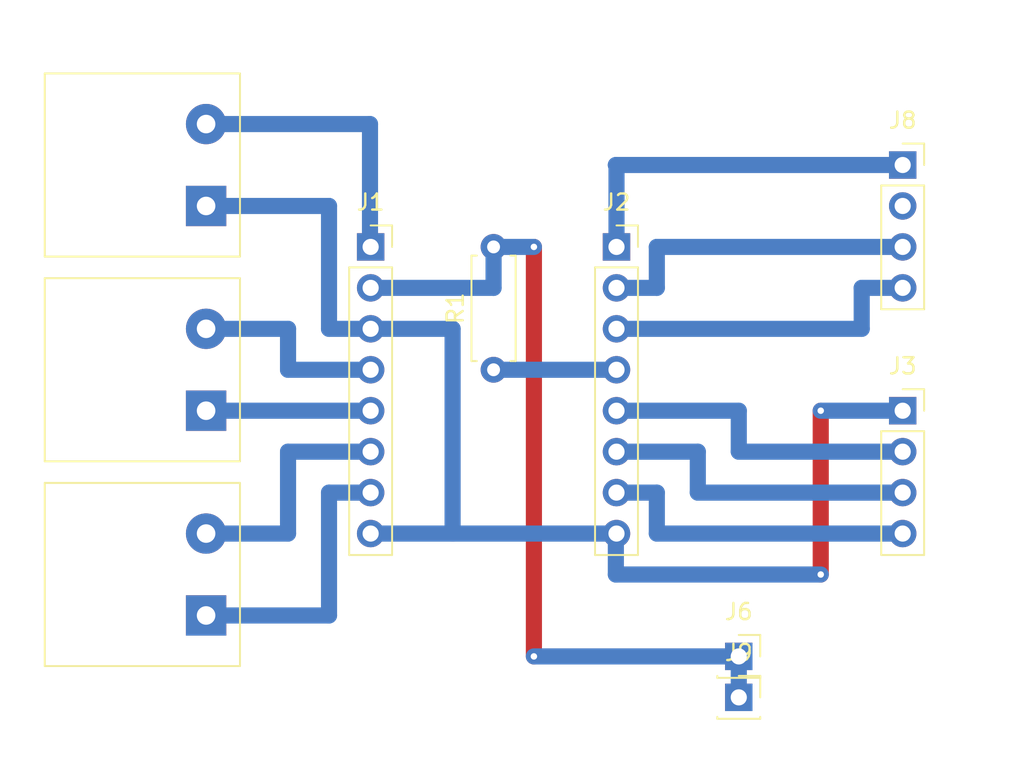
<source format=kicad_pcb>
(kicad_pcb (version 20240108) (generator "pcbnew") (generator_version "8.0")
  (layers (0 "F.Cu" signal) (31 "B.Cu" signal) (34 "B.Paste" user) (35 "F.Paste" user) (36 "B.SilkS" user "B.Silkscreen") (37 "F.SilkS" user "F.Silkscreen") (38 "B.Mask" user) (39 "F.Mask" user) (44 "Edge.Cuts" user))
  (net 0 "")
  (net 1 "+5V")
  (net 2 "+3.3V")
  (net 3 "GND")
  (net 4 "Net-(J2-Pin_4)")
  (net 5 "A01")
  (net 6 "A02")
  (net 7 "B02")
  (net 8 "B01")
  (net 9 "PWMA")
  (net 10 "AIN2")
  (net 11 "AIN1")
  (net 12 "BIN1")
  (net 13 "BIN2")
  (net 14 "PWMB")
  (footprint "RS_PRO:Steckbarer_Klemmenblock_1x02_5.08mm_horizontal" (layer "F.Cu") (at 81.28 111.76 90)
    (property "Reference" "J7" (hide yes))
    (property "Value" "Screw_Terminal_01x02")
    (fp_line (start 8.22 -10) (end -3.14 -10) (stroke (width 0.12)) (layer "F.SilkS"))
    (fp_line (start 8.22 2.1) (end 8.22 -10) (stroke (width 0.12)) (layer "F.SilkS"))
    (fp_line (start 8.22 2.1) (end -3.14 2.1) (stroke (width 0.12)) (layer "F.SilkS"))
    (fp_line (start -3.14 2.1) (end -3.14 -10) (stroke (width 0.12)) (layer "F.SilkS"))
    (pad "1" thru_hole rect (at 0 0 90) (size 2.5 2.5) (drill 1.15) (layers "*.Cu" "*.Mask") (net 6 "A02"))
    (pad "2" thru_hole circle (at 5.08 0 90) (size 2.5 2.5) (drill 1.15) (layers "*.Cu" "*.Mask") (net 5 "A01"))
  )
  (footprint "Connector_PinSocket_2.54mm:PinSocket_1x04_P2.54mm_Vertical" (layer "F.Cu") (at 124.46 96.52)
    (property "Reference" "J8" (at 0 -2.77 0) (layer "F.SilkS"))
    (property "Value" "Conn_01x04_Socket")
    (fp_line (start -1.33 1.27) (end -1.33 8.95) (stroke (width 0.12)) (layer "F.SilkS"))
    (fp_line (start -1.33 1.27) (end 1.33 1.27) (stroke (width 0.12)) (layer "F.SilkS"))
    (fp_line (start -1.33 8.95) (end 1.33 8.95) (stroke (width 0.12)) (layer "F.SilkS"))
    (fp_line (start 0 -1.33) (end 1.33 -1.33) (stroke (width 0.12)) (layer "F.SilkS"))
    (fp_line (start 1.33 -1.33) (end 1.33 0) (stroke (width 0.12)) (layer "F.SilkS"))
    (fp_line (start 1.33 1.27) (end 1.33 8.95) (stroke (width 0.12)) (layer "F.SilkS"))
    (pad "1" thru_hole rect (at 0 0) (size 1.7 1.7) (drill 1) (layers "*.Cu" "*.Mask") (net 9 "PWMA"))
    (pad "2" thru_hole oval (at 0 2.54) (size 1.7 1.7) (drill 1) (layers "*.Cu" "*.Mask") (net 3 "GND"))
    (pad "3" thru_hole oval (at 0 5.08) (size 1.7 1.7) (drill 1) (layers "*.Cu" "*.Mask") (net 10 "AIN2"))
    (pad "4" thru_hole oval (at 0 7.62) (size 1.7 1.7) (drill 1) (layers "*.Cu" "*.Mask") (net 11 "AIN1"))
  )
  (footprint "Connector_PinSocket_2.54mm:PinSocket_1x01_P2.54mm_Vertical" (layer "F.Cu") (at 114.3 129.54)
    (property "Reference" "J9" (at 0 -2.77 0) (layer "F.SilkS"))
    (property "Value" "Conn_01x01_Socket")
    (fp_line (start -1.33 1.21) (end -1.33 1.33) (stroke (width 0.12)) (layer "F.SilkS"))
    (fp_line (start -1.33 1.33) (end 1.33 1.33) (stroke (width 0.12)) (layer "F.SilkS"))
    (fp_line (start 0 -1.33) (end 1.33 -1.33) (stroke (width 0.12)) (layer "F.SilkS"))
    (fp_line (start 1.33 -1.33) (end 1.33 0) (stroke (width 0.12)) (layer "F.SilkS"))
    (fp_line (start 1.33 1.21) (end 1.33 1.33) (stroke (width 0.12)) (layer "F.SilkS"))
    (pad "1" thru_hole rect (at 0 0) (size 1.7 1.7) (drill 1) (layers "*.Cu" "*.Mask") (net 2 "+3.3V"))
  )
  (footprint "Resistor_THT:R_Axial_DIN0207_L6.3mm_D2.5mm_P7.62mm_Horizontal" (layer "F.Cu") (at 99.1 109.22 90)
    (property "Reference" "R1" (at 3.81 -2.37 90) (layer "F.SilkS"))
    (property "Value" "10k")
    (fp_line (start 7.08 -1.37) (end 7.08 -1.04) (stroke (width 0.12)) (layer "F.SilkS"))
    (fp_line (start 0.54 -1.37) (end 7.08 -1.37) (stroke (width 0.12)) (layer "F.SilkS"))
    (fp_line (start 0.54 -1.04) (end 0.54 -1.37) (stroke (width 0.12)) (layer "F.SilkS"))
    (fp_line (start 0.54 1.04) (end 0.54 1.37) (stroke (width 0.12)) (layer "F.SilkS"))
    (fp_line (start 7.08 1.37) (end 7.08 1.04) (stroke (width 0.12)) (layer "F.SilkS"))
    (fp_line (start 0.54 1.37) (end 7.08 1.37) (stroke (width 0.12)) (layer "F.SilkS"))
    (pad "1" thru_hole circle (at 0 0 90) (size 1.6 1.6) (drill 0.8) (layers "*.Cu" "*.Mask") (net 4 "Net-(J2-Pin_4)"))
    (pad "2" thru_hole oval (at 7.62 0 90) (size 1.6 1.6) (drill 0.8) (layers "*.Cu" "*.Mask") (net 2 "+3.3V"))
  )
  (footprint "Connector_PinSocket_2.54mm:PinSocket_1x08_P2.54mm_Vertical" (layer "F.Cu") (at 106.72 101.6)
    (property "Reference" "J2" (at 0 -2.77 0) (layer "F.SilkS"))
    (property "Value" "Conn_01x08_Socket")
    (fp_line (start -1.33 1.27) (end -1.33 19.11) (stroke (width 0.12)) (layer "F.SilkS"))
    (fp_line (start -1.33 1.27) (end 1.33 1.27) (stroke (width 0.12)) (layer "F.SilkS"))
    (fp_line (start -1.33 19.11) (end 1.33 19.11) (stroke (width 0.12)) (layer "F.SilkS"))
    (fp_line (start 0 -1.33) (end 1.33 -1.33) (stroke (width 0.12)) (layer "F.SilkS"))
    (fp_line (start 1.33 -1.33) (end 1.33 0) (stroke (width 0.12)) (layer "F.SilkS"))
    (fp_line (start 1.33 1.27) (end 1.33 19.11) (stroke (width 0.12)) (layer "F.SilkS"))
    (pad "1" thru_hole rect (at 0 0) (size 1.7 1.7) (drill 1) (layers "*.Cu" "*.Mask") (net 9 "PWMA"))
    (pad "2" thru_hole oval (at 0 2.54) (size 1.7 1.7) (drill 1) (layers "*.Cu" "*.Mask") (net 10 "AIN2"))
    (pad "3" thru_hole oval (at 0 5.08) (size 1.7 1.7) (drill 1) (layers "*.Cu" "*.Mask") (net 11 "AIN1"))
    (pad "4" thru_hole oval (at 0 7.62) (size 1.7 1.7) (drill 1) (layers "*.Cu" "*.Mask") (net 4 "Net-(J2-Pin_4)"))
    (pad "5" thru_hole oval (at 0 10.16) (size 1.7 1.7) (drill 1) (layers "*.Cu" "*.Mask") (net 12 "BIN1"))
    (pad "6" thru_hole oval (at 0 12.7) (size 1.7 1.7) (drill 1) (layers "*.Cu" "*.Mask") (net 13 "BIN2"))
    (pad "7" thru_hole oval (at 0 15.24) (size 1.7 1.7) (drill 1) (layers "*.Cu" "*.Mask") (net 14 "PWMB"))
    (pad "8" thru_hole oval (at 0 17.78) (size 1.7 1.7) (drill 1) (layers "*.Cu" "*.Mask") (net 3 "GND"))
  )
  (footprint "Connector_PinSocket_2.54mm:PinSocket_1x08_P2.54mm_Vertical" (layer "F.Cu") (at 91.48 101.6)
    (property "Reference" "J1" (at 0 -2.77 0) (layer "F.SilkS"))
    (property "Value" "Conn_01x08_Socket")
    (fp_line (start -1.33 1.27) (end -1.33 19.11) (stroke (width 0.12)) (layer "F.SilkS"))
    (fp_line (start -1.33 1.27) (end 1.33 1.27) (stroke (width 0.12)) (layer "F.SilkS"))
    (fp_line (start -1.33 19.11) (end 1.33 19.11) (stroke (width 0.12)) (layer "F.SilkS"))
    (fp_line (start 0 -1.33) (end 1.33 -1.33) (stroke (width 0.12)) (layer "F.SilkS"))
    (fp_line (start 1.33 -1.33) (end 1.33 0) (stroke (width 0.12)) (layer "F.SilkS"))
    (fp_line (start 1.33 1.27) (end 1.33 19.11) (stroke (width 0.12)) (layer "F.SilkS"))
    (pad "1" thru_hole rect (at 0 0) (size 1.7 1.7) (drill 1) (layers "*.Cu" "*.Mask") (net 1 "+5V"))
    (pad "2" thru_hole oval (at 0 2.54) (size 1.7 1.7) (drill 1) (layers "*.Cu" "*.Mask") (net 2 "+3.3V"))
    (pad "3" thru_hole oval (at 0 5.08) (size 1.7 1.7) (drill 1) (layers "*.Cu" "*.Mask") (net 3 "GND"))
    (pad "4" thru_hole oval (at 0 7.62) (size 1.7 1.7) (drill 1) (layers "*.Cu" "*.Mask") (net 5 "A01"))
    (pad "5" thru_hole oval (at 0 10.16) (size 1.7 1.7) (drill 1) (layers "*.Cu" "*.Mask") (net 6 "A02"))
    (pad "6" thru_hole oval (at 0 12.7) (size 1.7 1.7) (drill 1) (layers "*.Cu" "*.Mask") (net 7 "B02"))
    (pad "7" thru_hole oval (at 0 15.24) (size 1.7 1.7) (drill 1) (layers "*.Cu" "*.Mask") (net 8 "B01"))
    (pad "8" thru_hole oval (at 0 17.78) (size 1.7 1.7) (drill 1) (layers "*.Cu" "*.Mask") (net 3 "GND"))
  )
  (footprint "RS_PRO:Steckbarer_Klemmenblock_1x02_5.08mm_horizontal" (layer "F.Cu") (at 81.28 124.46 90)
    (property "Reference" "J4" (hide yes))
    (property "Value" "Screw_Terminal_01x02")
    (fp_line (start 8.22 -10) (end -3.14 -10) (stroke (width 0.12)) (layer "F.SilkS"))
    (fp_line (start 8.22 2.1) (end 8.22 -10) (stroke (width 0.12)) (layer "F.SilkS"))
    (fp_line (start 8.22 2.1) (end -3.14 2.1) (stroke (width 0.12)) (layer "F.SilkS"))
    (fp_line (start -3.14 2.1) (end -3.14 -10) (stroke (width 0.12)) (layer "F.SilkS"))
    (pad "1" thru_hole rect (at 0 0 90) (size 2.5 2.5) (drill 1.15) (layers "*.Cu" "*.Mask") (net 8 "B01"))
    (pad "2" thru_hole circle (at 5.08 0 90) (size 2.5 2.5) (drill 1.15) (layers "*.Cu" "*.Mask") (net 7 "B02"))
  )
  (footprint "RS_PRO:Steckbarer_Klemmenblock_1x02_5.08mm_horizontal" (layer "F.Cu") (at 81.28 99.06 90)
    (property "Reference" "J5" (hide yes))
    (property "Value" "Screw_Terminal_01x02")
    (fp_line (start 8.22 -10) (end -3.14 -10) (stroke (width 0.12)) (layer "F.SilkS"))
    (fp_line (start 8.22 2.1) (end 8.22 -10) (stroke (width 0.12)) (layer "F.SilkS"))
    (fp_line (start 8.22 2.1) (end -3.14 2.1) (stroke (width 0.12)) (layer "F.SilkS"))
    (fp_line (start -3.14 2.1) (end -3.14 -10) (stroke (width 0.12)) (layer "F.SilkS"))
    (pad "1" thru_hole rect (at 0 0 90) (size 2.5 2.5) (drill 1.15) (layers "*.Cu" "*.Mask") (net 3 "GND"))
    (pad "2" thru_hole circle (at 5.08 0 90) (size 2.5 2.5) (drill 1.15) (layers "*.Cu" "*.Mask") (net 1 "+5V"))
  )
  (footprint "Connector_PinSocket_2.54mm:PinSocket_1x01_P2.54mm_Vertical" (layer "F.Cu") (at 114.3 127)
    (property "Reference" "J6" (at 0 -2.77 0) (layer "F.SilkS"))
    (property "Value" "Conn_01x01_Socket")
    (fp_line (start -1.33 1.21) (end -1.33 1.33) (stroke (width 0.12)) (layer "F.SilkS"))
    (fp_line (start -1.33 1.33) (end 1.33 1.33) (stroke (width 0.12)) (layer "F.SilkS"))
    (fp_line (start 0 -1.33) (end 1.33 -1.33) (stroke (width 0.12)) (layer "F.SilkS"))
    (fp_line (start 1.33 -1.33) (end 1.33 0) (stroke (width 0.12)) (layer "F.SilkS"))
    (fp_line (start 1.33 1.21) (end 1.33 1.33) (stroke (width 0.12)) (layer "F.SilkS"))
    (pad "1" thru_hole rect (at 0 0) (size 1.7 1.7) (drill 1) (layers "*.Cu" "*.Mask") (net 2 "+3.3V"))
  )
  (footprint "Connector_PinSocket_2.54mm:PinSocket_1x04_P2.54mm_Vertical" (layer "F.Cu") (at 124.46 111.76)
    (property "Reference" "J3" (at 0 -2.77 0) (layer "F.SilkS"))
    (property "Value" "Conn_01x04_Socket")
    (fp_line (start -1.33 1.27) (end -1.33 8.95) (stroke (width 0.12)) (layer "F.SilkS"))
    (fp_line (start -1.33 1.27) (end 1.33 1.27) (stroke (width 0.12)) (layer "F.SilkS"))
    (fp_line (start -1.33 8.95) (end 1.33 8.95) (stroke (width 0.12)) (layer "F.SilkS"))
    (fp_line (start 0 -1.33) (end 1.33 -1.33) (stroke (width 0.12)) (layer "F.SilkS"))
    (fp_line (start 1.33 -1.33) (end 1.33 0) (stroke (width 0.12)) (layer "F.SilkS"))
    (fp_line (start 1.33 1.27) (end 1.33 8.95) (stroke (width 0.12)) (layer "F.SilkS"))
    (pad "1" thru_hole rect (at 0 0) (size 1.7 1.7) (drill 1) (layers "*.Cu" "*.Mask") (net 3 "GND"))
    (pad "2" thru_hole oval (at 0 2.54) (size 1.7 1.7) (drill 1) (layers "*.Cu" "*.Mask") (net 12 "BIN1"))
    (pad "3" thru_hole oval (at 0 5.08) (size 1.7 1.7) (drill 1) (layers "*.Cu" "*.Mask") (net 13 "BIN2"))
    (pad "4" thru_hole oval (at 0 7.62) (size 1.7 1.7) (drill 1) (layers "*.Cu" "*.Mask") (net 14 "PWMB"))
  )
  (segment (start 81.28 93.98) (end 91.44 93.98) (width 1) (layer "B.Cu") (net 1))
  (segment (start 91.44 93.98) (end 91.44 101.56) (width 1) (layer "B.Cu") (net 1))
  (segment (start 91.44 101.56) (end 91.48 101.6) (width 1) (layer "B.Cu") (net 1))
  (segment (start 101.6 101.6) (end 101.6 127) (width 1) (layer "F.Cu") (net 2))
  (via (at 101.6 101.6) (size 0.8) (drill 0.4) (layers "F.Cu" "B.Cu") (net 2))
  (via (at 101.6 127) (size 0.8) (drill 0.4) (layers "F.Cu" "B.Cu") (net 2))
  (segment (start 99.1 104.14) (end 91.48 104.14) (width 1) (layer "B.Cu") (net 2))
  (segment (start 101.6 127) (end 114.3 127) (width 1) (layer "B.Cu") (net 2))
  (segment (start 114.3 129.54) (end 114.3 127) (width 1) (layer "B.Cu") (net 2))
  (segment (start 99.1 101.6) (end 101.6 101.6) (width 1) (layer "B.Cu") (net 2))
  (segment (start 99.1 101.6) (end 99.1 104.14) (width 1) (layer "B.Cu") (net 2))
  (segment (start 119.38 121.92) (end 119.38 111.76) (width 1) (layer "F.Cu") (net 3))
  (via (at 119.38 121.92) (size 0.8) (drill 0.4) (layers "F.Cu" "B.Cu") (net 3))
  (via (at 119.38 111.76) (size 0.8) (drill 0.4) (layers "F.Cu" "B.Cu") (net 3))
  (segment (start 91.48 106.68) (end 96.56 106.68) (width 1) (layer "B.Cu") (net 3))
  (segment (start 106.68 119.42) (end 106.72 119.38) (width 1) (layer "B.Cu") (net 3))
  (segment (start 96.56 119.38) (end 106.72 119.38) (width 1) (layer "B.Cu") (net 3))
  (segment (start 88.9 106.68) (end 88.9 99.06) (width 1) (layer "B.Cu") (net 3))
  (segment (start 88.9 99.06) (end 81.28 99.06) (width 1) (layer "B.Cu") (net 3))
  (segment (start 96.56 106.68) (end 96.56 119.38) (width 1) (layer "B.Cu") (net 3))
  (segment (start 91.48 106.68) (end 88.9 106.68) (width 1) (layer "B.Cu") (net 3))
  (segment (start 91.48 119.38) (end 96.56 119.38) (width 1) (layer "B.Cu") (net 3))
  (segment (start 106.68 121.92) (end 106.68 119.42) (width 1) (layer "B.Cu") (net 3))
  (segment (start 119.38 111.76) (end 124.46 111.76) (width 1) (layer "B.Cu") (net 3))
  (segment (start 119.38 121.92) (end 106.68 121.92) (width 1) (layer "B.Cu") (net 3))
  (segment (start 99.1 109.22) (end 106.72 109.22) (width 1) (layer "B.Cu") (net 4))
  (segment (start 86.36 109.22) (end 86.36 106.68) (width 1) (layer "B.Cu") (net 5))
  (segment (start 86.36 106.68) (end 81.28 106.68) (width 1) (layer "B.Cu") (net 5))
  (segment (start 91.48 109.22) (end 86.36 109.22) (width 1) (layer "B.Cu") (net 5))
  (segment (start 91.48 111.76) (end 81.28 111.76) (width 1) (layer "B.Cu") (net 6))
  (segment (start 86.36 119.38) (end 81.28 119.38) (width 1) (layer "B.Cu") (net 7))
  (segment (start 86.36 114.3) (end 86.36 119.38) (width 1) (layer "B.Cu") (net 7))
  (segment (start 91.48 114.3) (end 86.36 114.3) (width 1) (layer "B.Cu") (net 7))
  (segment (start 88.9 124.46) (end 88.9 116.84) (width 1) (layer "B.Cu") (net 8))
  (segment (start 81.28 124.46) (end 88.9 124.46) (width 1) (layer "B.Cu") (net 8))
  (segment (start 88.9 116.84) (end 91.48 116.84) (width 1) (layer "B.Cu") (net 8))
  (segment (start 106.72 101.6) (end 106.72 96.56) (width 1) (layer "B.Cu") (net 9))
  (segment (start 106.68 96.52) (end 124.46 96.52) (width 1) (layer "B.Cu") (net 9))
  (segment (start 106.72 96.56) (end 106.68 96.52) (width 1) (layer "B.Cu") (net 9))
  (segment (start 109.22 101.6) (end 124.46 101.6) (width 1) (layer "B.Cu") (net 10))
  (segment (start 109.22 104.14) (end 109.22 101.6) (width 1) (layer "B.Cu") (net 10))
  (segment (start 106.72 104.14) (end 109.22 104.14) (width 1) (layer "B.Cu") (net 10))
  (segment (start 121.92 106.68) (end 121.92 104.14) (width 1) (layer "B.Cu") (net 11))
  (segment (start 106.72 106.68) (end 121.92 106.68) (width 1) (layer "B.Cu") (net 11))
  (segment (start 121.92 104.14) (end 124.46 104.14) (width 1) (layer "B.Cu") (net 11))
  (segment (start 114.3 111.76) (end 114.3 114.3) (width 1) (layer "B.Cu") (net 12))
  (segment (start 106.72 111.76) (end 114.3 111.76) (width 1) (layer "B.Cu") (net 12))
  (segment (start 114.3 114.3) (end 124.46 114.3) (width 1) (layer "B.Cu") (net 12))
  (segment (start 111.76 116.84) (end 124.46 116.84) (width 1) (layer "B.Cu") (net 13))
  (segment (start 111.76 114.3) (end 111.76 116.84) (width 1) (layer "B.Cu") (net 13))
  (segment (start 106.72 114.3) (end 111.76 114.3) (width 1) (layer "B.Cu") (net 13))
  (segment (start 109.22 116.84) (end 109.22 119.38) (width 1) (layer "B.Cu") (net 14))
  (segment (start 109.22 119.38) (end 124.46 119.38) (width 1) (layer "B.Cu") (net 14))
  (segment (start 106.72 116.84) (end 109.22 116.84) (width 1) (layer "B.Cu") (net 14))
)
</source>
